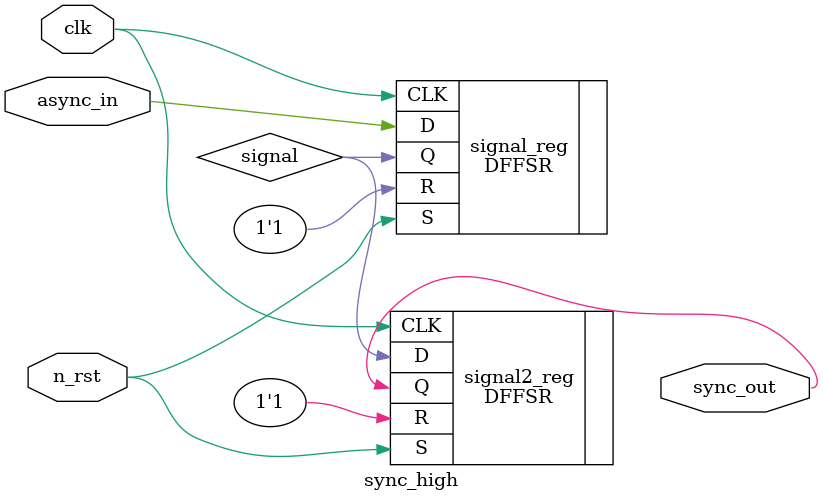
<source format=v>


module sync_high ( clk, n_rst, async_in, sync_out );
  input clk, n_rst, async_in;
  output sync_out;
  wire   signal;

  DFFSR signal_reg ( .D(async_in), .CLK(clk), .R(1'b1), .S(n_rst), .Q(signal)
         );
  DFFSR signal2_reg ( .D(signal), .CLK(clk), .R(1'b1), .S(n_rst), .Q(sync_out)
         );
endmodule


</source>
